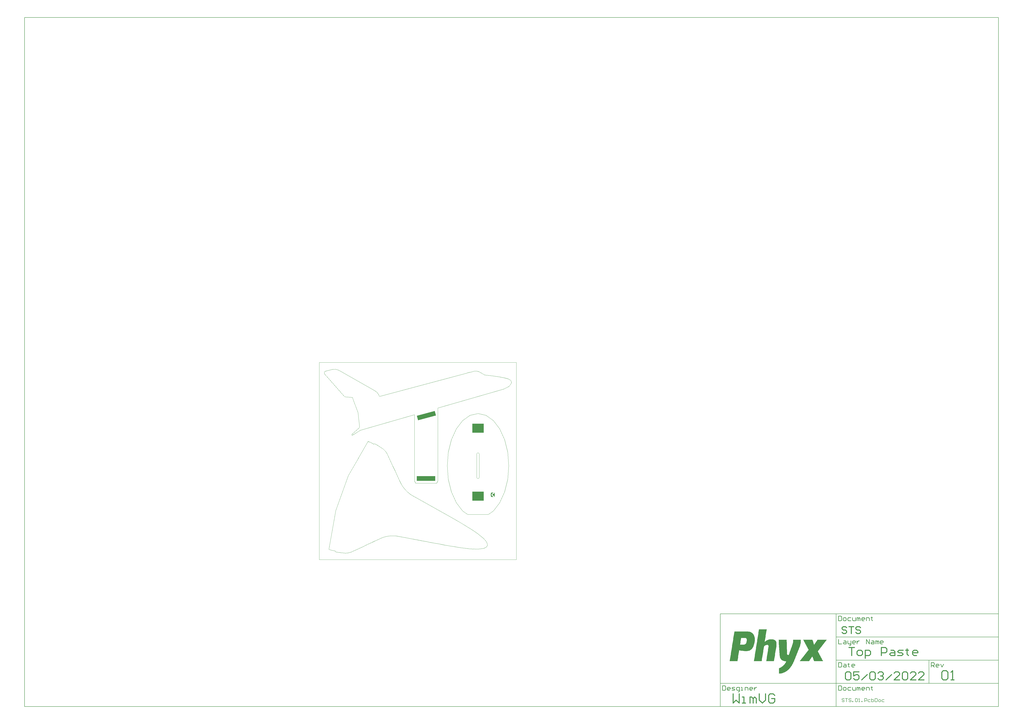
<source format=gtp>
G04*
G04 #@! TF.GenerationSoftware,Altium Limited,Altium Designer,22.2.1 (43)*
G04*
G04 Layer_Color=8421504*
%FSLAX25Y25*%
%MOIN*%
G70*
G04*
G04 #@! TF.SameCoordinates,09E568D2-82FC-486A-A2B8-6DB2FCDF8EDF*
G04*
G04*
G04 #@! TF.FilePolarity,Positive*
G04*
G01*
G75*
%ADD10C,0.01575*%
%ADD11C,0.00787*%
G04:AMPARAMS|DCode=14|XSize=314.96mil|YSize=78.74mil|CornerRadius=0mil|HoleSize=0mil|Usage=FLASHONLY|Rotation=15.000|XOffset=0mil|YOffset=0mil|HoleType=Round|Shape=Rectangle|*
%AMROTATEDRECTD14*
4,1,4,-0.14193,-0.07879,-0.16230,-0.00273,0.14193,0.07879,0.16230,0.00273,-0.14193,-0.07879,0.0*
%
%ADD14ROTATEDRECTD14*%

%ADD15R,0.31496X0.07874*%
%ADD18R,0.01575X0.03937*%
%ADD19C,0.01968*%
%ADD20R,0.19685X0.15748*%
%ADD21C,0.00394*%
%ADD22C,0.00984*%
G36*
X278043Y94034D02*
X278043Y86911D01*
X277591D01*
X277587Y87102D01*
X277585Y87125D01*
X277583Y87147D01*
X277551Y87376D01*
X277546Y87398D01*
X277542Y87420D01*
X277485Y87644D01*
X277478Y87665D01*
X277471Y87686D01*
X277389Y87902D01*
X277379Y87923D01*
X277371Y87943D01*
X277264Y88149D01*
X277253Y88168D01*
X277242Y88187D01*
X277113Y88379D01*
X277099Y88397D01*
X277086Y88415D01*
X276936Y88591D01*
X276921Y88608D01*
X276906Y88624D01*
X276737Y88782D01*
X276720Y88797D01*
X276703Y88811D01*
X276518Y88949D01*
X276499Y88962D01*
X276480Y88974D01*
X276281Y89091D01*
X276266Y89098D01*
X276251Y89106D01*
X276147Y89156D01*
X276127Y89164D01*
X276106Y89173D01*
X276105Y89173D01*
X276103Y89174D01*
X276101Y89174D01*
X276098Y89175D01*
X276078Y89180D01*
X276056Y89187D01*
X276055Y89187D01*
X276054Y89187D01*
X276051Y89187D01*
X276048Y89188D01*
X276028Y89190D01*
X276005Y89193D01*
X276004Y89193D01*
X276002Y89194D01*
X276000D01*
X275997Y89194D01*
X275976Y89194D01*
X275953Y89194D01*
X275952Y89194D01*
X275951D01*
X275948Y89193D01*
X275946Y89193D01*
X275925Y89190D01*
X275902Y89187D01*
X275901Y89187D01*
X275900Y89187D01*
X275806Y89168D01*
X275616Y89158D01*
X275426Y89177D01*
X275241Y89223D01*
X275065Y89296D01*
X274901Y89394D01*
X274754Y89515D01*
X274625Y89656D01*
X274519Y89815D01*
X274438Y89987D01*
X274383Y90169D01*
X274355Y90358D01*
X274355Y90549D01*
X274383Y90737D01*
X274438Y90920D01*
X274519Y91092D01*
X274625Y91250D01*
X274754Y91392D01*
X274901Y91513D01*
X275065Y91610D01*
X275241Y91683D01*
X275426Y91729D01*
X275616Y91748D01*
X275806Y91738D01*
X275900Y91720D01*
X275913Y91718D01*
X275925Y91716D01*
X275937Y91715D01*
X275948Y91713D01*
X275950Y91713D01*
X275951Y91713D01*
X275964Y91713D01*
X275977Y91712D01*
X275989Y91713D01*
X276000Y91713D01*
X276001Y91713D01*
X276002D01*
X276015Y91715D01*
X276028Y91716D01*
X276040Y91718D01*
X276051Y91719D01*
X276052Y91719D01*
X276054Y91720D01*
X276066Y91723D01*
X276079Y91725D01*
X276090Y91729D01*
X276101Y91732D01*
X276102Y91733D01*
X276103Y91733D01*
X276115Y91738D01*
X276128Y91742D01*
X276138Y91747D01*
X276149Y91751D01*
X276151Y91753D01*
X276151Y91753D01*
X276151Y91753D01*
X276255Y91803D01*
X276269Y91811D01*
X276284Y91818D01*
X276486Y91938D01*
X276504Y91951D01*
X276522Y91963D01*
X276709Y92105D01*
X276726Y92119D01*
X276743Y92133D01*
X276913Y92295D01*
X276928Y92312D01*
X276943Y92328D01*
X277094Y92508D01*
X277107Y92526D01*
X277120Y92543D01*
X277250Y92739D01*
X277261Y92759D01*
X277272Y92778D01*
X277378Y92987D01*
X277387Y93007D01*
X277396Y93027D01*
X277479Y93247D01*
X277485Y93269D01*
X277492Y93290D01*
X277549Y93517D01*
X277552Y93539D01*
X277557Y93561D01*
X277588Y93793D01*
X277589Y93815D01*
X277591Y93838D01*
X277595Y94034D01*
X278043Y94034D01*
D02*
G37*
G36*
X275921Y93996D02*
X275894Y93906D01*
X275811Y93732D01*
X275701Y93572D01*
X275569Y93431D01*
X275415Y93313D01*
X275245Y93220D01*
X275189Y93199D01*
X275086Y93183D01*
X275068Y93179D01*
X275051Y93176D01*
X274773Y93107D01*
X274750Y93099D01*
X274727Y93092D01*
X274459Y92990D01*
X274438Y92980D01*
X274416Y92970D01*
X274162Y92836D01*
X274143Y92824D01*
X274122Y92812D01*
X273886Y92648D01*
X273868Y92634D01*
X273849Y92619D01*
X273635Y92428D01*
X273618Y92412D01*
X273601Y92395D01*
X273411Y92180D01*
X273396Y92160D01*
X273382Y92142D01*
X273219Y91906D01*
X273207Y91885D01*
X273195Y91865D01*
X273062Y91611D01*
X273052Y91589D01*
X273042Y91568D01*
X272941Y91299D01*
X272934Y91277D01*
X272927Y91254D01*
X272858Y90976D01*
X272854Y90953D01*
X272850Y90929D01*
X272815Y90644D01*
X272814Y90620D01*
X272813Y90597D01*
Y90310D01*
X272814Y90286D01*
X272815Y90263D01*
X272850Y89978D01*
X272854Y89954D01*
X272858Y89931D01*
X272927Y89653D01*
X272934Y89630D01*
X272941Y89607D01*
X273042Y89339D01*
X273052Y89317D01*
X273062Y89296D01*
X273195Y89042D01*
X273207Y89021D01*
X273219Y89001D01*
X273382Y88765D01*
X273397Y88746D01*
X273411Y88727D01*
X273601Y88512D01*
X273618Y88495D01*
X273635Y88478D01*
X273849Y88288D01*
X273868Y88273D01*
X273886Y88258D01*
X274122Y88095D01*
X274142Y88083D01*
X274162Y88070D01*
X274416Y87936D01*
X274438Y87927D01*
X274459Y87917D01*
X274727Y87814D01*
X274750Y87807D01*
X274772Y87800D01*
X275051Y87730D01*
X275068Y87727D01*
X275086Y87723D01*
X275190Y87707D01*
X275245Y87687D01*
X275415Y87594D01*
X275568Y87476D01*
X275701Y87335D01*
X275811Y87175D01*
X275894Y87000D01*
X275921Y86911D01*
X273320Y86911D01*
X271746D01*
Y93996D01*
X273320D01*
X275921Y93996D01*
D02*
G37*
G36*
X841951Y-155808D02*
X841665D01*
Y-156094D01*
X841378D01*
Y-156380D01*
Y-156667D01*
X841092D01*
Y-156953D01*
X840806D01*
Y-157239D01*
X840519D01*
Y-157526D01*
Y-157812D01*
X840233D01*
Y-158098D01*
X839947D01*
Y-158385D01*
X839660D01*
Y-158671D01*
X839374D01*
Y-158957D01*
Y-159244D01*
X839088D01*
Y-159530D01*
X838801D01*
Y-159816D01*
X838515D01*
Y-160102D01*
Y-160389D01*
X838229D01*
Y-160675D01*
X837943D01*
Y-160961D01*
X837656D01*
Y-161248D01*
X837370D01*
Y-161534D01*
Y-161820D01*
X837084D01*
Y-162107D01*
X836797D01*
Y-162393D01*
X836511D01*
Y-162679D01*
Y-162966D01*
X836225D01*
Y-163252D01*
X835938D01*
Y-163538D01*
X835652D01*
Y-163824D01*
Y-164111D01*
X835366D01*
Y-164397D01*
X835079D01*
Y-164683D01*
X834793D01*
Y-164970D01*
X834507D01*
Y-165256D01*
Y-165542D01*
X834221D01*
Y-165829D01*
X833934D01*
Y-166115D01*
X833648D01*
Y-166401D01*
Y-166688D01*
X833362D01*
Y-166974D01*
X833075D01*
Y-167260D01*
X832789D01*
Y-167547D01*
Y-167833D01*
X832503D01*
Y-168119D01*
X832216D01*
Y-168405D01*
X831930D01*
Y-168692D01*
X831644D01*
Y-168978D01*
Y-169264D01*
X831357D01*
Y-169551D01*
X831071D01*
Y-169837D01*
X830785D01*
Y-170123D01*
Y-170410D01*
X830499D01*
Y-170696D01*
X830212D01*
Y-170982D01*
X829926D01*
Y-171269D01*
Y-171555D01*
X829640D01*
Y-171841D01*
X829353D01*
Y-172127D01*
X829067D01*
Y-172414D01*
X828781D01*
Y-172700D01*
Y-172986D01*
X828494D01*
Y-173273D01*
X828208D01*
Y-173559D01*
X827922D01*
Y-173845D01*
Y-174132D01*
X827635D01*
Y-174418D01*
X827349D01*
Y-174704D01*
X827063D01*
Y-174991D01*
X826776D01*
Y-175277D01*
Y-175563D01*
X827063D01*
Y-175850D01*
Y-176136D01*
X827349D01*
Y-176422D01*
Y-176709D01*
X827635D01*
Y-176995D01*
X827922D01*
Y-177281D01*
Y-177568D01*
X828208D01*
Y-177854D01*
Y-178140D01*
X828494D01*
Y-178426D01*
Y-178713D01*
X828781D01*
Y-178999D01*
Y-179285D01*
X829067D01*
Y-179572D01*
Y-179858D01*
X829353D01*
Y-180144D01*
Y-180431D01*
X829640D01*
Y-180717D01*
Y-181003D01*
X829926D01*
Y-181290D01*
Y-181576D01*
X830212D01*
Y-181862D01*
X830499D01*
Y-182149D01*
Y-182435D01*
X830785D01*
Y-182721D01*
Y-183007D01*
X831071D01*
Y-183294D01*
Y-183580D01*
X831357D01*
Y-183866D01*
Y-184153D01*
X831644D01*
Y-184439D01*
Y-184725D01*
X831930D01*
Y-185012D01*
Y-185298D01*
X832216D01*
Y-185584D01*
Y-185871D01*
X832503D01*
Y-186157D01*
X832789D01*
Y-186443D01*
Y-186730D01*
X833075D01*
Y-187016D01*
Y-187302D01*
X833362D01*
Y-187588D01*
Y-187875D01*
X833648D01*
Y-188161D01*
Y-188447D01*
X833934D01*
Y-188734D01*
Y-189020D01*
X834221D01*
Y-189306D01*
Y-189593D01*
X834507D01*
Y-189879D01*
Y-190165D01*
X834793D01*
Y-190452D01*
X835079D01*
Y-190738D01*
Y-191024D01*
X835366D01*
Y-191311D01*
Y-191597D01*
X835652D01*
Y-191883D01*
X820477D01*
Y-191597D01*
X820191D01*
Y-191311D01*
Y-191024D01*
Y-190738D01*
X819905D01*
Y-190452D01*
Y-190165D01*
Y-189879D01*
X819619D01*
Y-189593D01*
Y-189306D01*
X819332D01*
Y-189020D01*
Y-188734D01*
Y-188447D01*
X819046D01*
Y-188161D01*
Y-187875D01*
Y-187588D01*
X818760D01*
Y-187302D01*
Y-187016D01*
X818473D01*
Y-186730D01*
Y-186443D01*
Y-186157D01*
X818187D01*
Y-185871D01*
Y-185584D01*
Y-185298D01*
X817901D01*
Y-185012D01*
Y-184725D01*
Y-184439D01*
X817614D01*
Y-184153D01*
X817042D01*
Y-184439D01*
Y-184725D01*
X816755D01*
Y-185012D01*
X816469D01*
Y-185298D01*
Y-185584D01*
X816183D01*
Y-185871D01*
X815897D01*
Y-186157D01*
Y-186443D01*
X815610D01*
Y-186730D01*
X815324D01*
Y-187016D01*
Y-187302D01*
X815038D01*
Y-187588D01*
X814751D01*
Y-187875D01*
X814465D01*
Y-188161D01*
Y-188447D01*
X814179D01*
Y-188734D01*
X813892D01*
Y-189020D01*
Y-189306D01*
X813606D01*
Y-189593D01*
X813320D01*
Y-189879D01*
Y-190165D01*
X813033D01*
Y-190452D01*
X812747D01*
Y-190738D01*
Y-191024D01*
X812461D01*
Y-191311D01*
X812174D01*
Y-191597D01*
Y-191883D01*
X796141D01*
Y-191597D01*
X796427D01*
Y-191311D01*
X796714D01*
Y-191024D01*
X797000D01*
Y-190738D01*
X797286D01*
Y-190452D01*
Y-190165D01*
X797573D01*
Y-189879D01*
X797859D01*
Y-189593D01*
X798145D01*
Y-189306D01*
X798431D01*
Y-189020D01*
Y-188734D01*
X798718D01*
Y-188447D01*
X799004D01*
Y-188161D01*
X799290D01*
Y-187875D01*
Y-187588D01*
X799577D01*
Y-187302D01*
X799863D01*
Y-187016D01*
X800149D01*
Y-186730D01*
X800436D01*
Y-186443D01*
Y-186157D01*
X800722D01*
Y-185871D01*
X801008D01*
Y-185584D01*
X801295D01*
Y-185298D01*
X801581D01*
Y-185012D01*
Y-184725D01*
X801867D01*
Y-184439D01*
X802153D01*
Y-184153D01*
X802440D01*
Y-183866D01*
Y-183580D01*
X802726D01*
Y-183294D01*
X803012D01*
Y-183007D01*
X803299D01*
Y-182721D01*
X803585D01*
Y-182435D01*
Y-182149D01*
X803871D01*
Y-181862D01*
X804158D01*
Y-181576D01*
X804444D01*
Y-181290D01*
Y-181003D01*
X804730D01*
Y-180717D01*
X805017D01*
Y-180431D01*
X805303D01*
Y-180144D01*
X805589D01*
Y-179858D01*
Y-179572D01*
X805876D01*
Y-179285D01*
X806162D01*
Y-178999D01*
X806448D01*
Y-178713D01*
Y-178426D01*
X806734D01*
Y-178140D01*
X807021D01*
Y-177854D01*
X807307D01*
Y-177568D01*
X807594D01*
Y-177281D01*
Y-176995D01*
X807880D01*
Y-176709D01*
X808166D01*
Y-176422D01*
X808452D01*
Y-176136D01*
X808739D01*
Y-175850D01*
Y-175563D01*
X809025D01*
Y-175277D01*
X809311D01*
Y-174991D01*
X809598D01*
Y-174704D01*
Y-174418D01*
X809884D01*
Y-174132D01*
X810170D01*
Y-173845D01*
X810457D01*
Y-173559D01*
X810743D01*
Y-173273D01*
Y-172986D01*
X811029D01*
Y-172700D01*
Y-172414D01*
Y-172127D01*
X810743D01*
Y-171841D01*
X810457D01*
Y-171555D01*
Y-171269D01*
X810170D01*
Y-170982D01*
Y-170696D01*
X809884D01*
Y-170410D01*
Y-170123D01*
X809598D01*
Y-169837D01*
Y-169551D01*
X809311D01*
Y-169264D01*
Y-168978D01*
X809025D01*
Y-168692D01*
Y-168405D01*
X808739D01*
Y-168119D01*
X808452D01*
Y-167833D01*
Y-167547D01*
X808166D01*
Y-167260D01*
Y-166974D01*
X807880D01*
Y-166688D01*
Y-166401D01*
X807594D01*
Y-166115D01*
Y-165829D01*
X807307D01*
Y-165542D01*
Y-165256D01*
X807021D01*
Y-164970D01*
Y-164683D01*
X806734D01*
Y-164397D01*
X806448D01*
Y-164111D01*
Y-163824D01*
X806162D01*
Y-163538D01*
Y-163252D01*
X805876D01*
Y-162966D01*
Y-162679D01*
X805589D01*
Y-162393D01*
Y-162107D01*
X805303D01*
Y-161820D01*
Y-161534D01*
X805017D01*
Y-161248D01*
Y-160961D01*
X804730D01*
Y-160675D01*
Y-160389D01*
X804444D01*
Y-160102D01*
X804158D01*
Y-159816D01*
Y-159530D01*
X803871D01*
Y-159244D01*
Y-158957D01*
X803585D01*
Y-158671D01*
Y-158385D01*
X803299D01*
Y-158098D01*
Y-157812D01*
X803012D01*
Y-157526D01*
Y-157239D01*
X802726D01*
Y-156953D01*
Y-156667D01*
X802440D01*
Y-156380D01*
X802153D01*
Y-156094D01*
Y-155808D01*
X801867D01*
Y-155521D01*
X817614D01*
Y-155808D01*
X817901D01*
Y-156094D01*
Y-156380D01*
Y-156667D01*
X818187D01*
Y-156953D01*
Y-157239D01*
Y-157526D01*
X818473D01*
Y-157812D01*
Y-158098D01*
Y-158385D01*
X818760D01*
Y-158671D01*
Y-158957D01*
Y-159244D01*
X819046D01*
Y-159530D01*
Y-159816D01*
Y-160102D01*
X819332D01*
Y-160389D01*
Y-160675D01*
Y-160961D01*
X819619D01*
Y-161248D01*
Y-161534D01*
Y-161820D01*
X819905D01*
Y-162107D01*
Y-162393D01*
Y-162679D01*
X820191D01*
Y-162966D01*
Y-163252D01*
Y-163538D01*
Y-163824D01*
X820764D01*
Y-163538D01*
X821050D01*
Y-163252D01*
X821336D01*
Y-162966D01*
Y-162679D01*
X821623D01*
Y-162393D01*
X821909D01*
Y-162107D01*
Y-161820D01*
X822195D01*
Y-161534D01*
X822482D01*
Y-161248D01*
Y-160961D01*
X822768D01*
Y-160675D01*
X823054D01*
Y-160389D01*
Y-160102D01*
X823341D01*
Y-159816D01*
X823627D01*
Y-159530D01*
Y-159244D01*
X823913D01*
Y-158957D01*
X824200D01*
Y-158671D01*
Y-158385D01*
X824486D01*
Y-158098D01*
X824772D01*
Y-157812D01*
Y-157526D01*
X825058D01*
Y-157239D01*
X825345D01*
Y-156953D01*
Y-156667D01*
X825631D01*
Y-156380D01*
X825918D01*
Y-156094D01*
Y-155808D01*
X826204D01*
Y-155521D01*
X841951D01*
Y-155808D01*
D02*
G37*
G36*
X708815Y-141778D02*
X710533D01*
Y-142065D01*
X711392D01*
Y-142351D01*
X712251D01*
Y-142637D01*
X713110D01*
Y-142924D01*
X713683D01*
Y-143210D01*
X713969D01*
Y-143496D01*
X714542D01*
Y-143783D01*
X714828D01*
Y-144069D01*
X715401D01*
Y-144355D01*
X715687D01*
Y-144641D01*
X715973D01*
Y-144928D01*
X716260D01*
Y-145214D01*
X716546D01*
Y-145501D01*
X716832D01*
Y-145787D01*
X717119D01*
Y-146073D01*
Y-146359D01*
X717405D01*
Y-146646D01*
X717691D01*
Y-146932D01*
Y-147218D01*
X717978D01*
Y-147505D01*
X718264D01*
Y-147791D01*
Y-148077D01*
X718550D01*
Y-148364D01*
Y-148650D01*
Y-148936D01*
X718836D01*
Y-149223D01*
Y-149509D01*
Y-149795D01*
X719123D01*
Y-150082D01*
Y-150368D01*
Y-150654D01*
Y-150940D01*
X719409D01*
Y-151227D01*
Y-151513D01*
Y-151799D01*
Y-152086D01*
Y-152372D01*
X719695D01*
Y-152658D01*
Y-152945D01*
Y-153231D01*
Y-153517D01*
Y-153804D01*
Y-154090D01*
Y-154376D01*
Y-154663D01*
Y-154949D01*
Y-155235D01*
Y-155521D01*
Y-155808D01*
Y-156094D01*
Y-156380D01*
Y-156667D01*
Y-156953D01*
Y-157239D01*
Y-157526D01*
Y-157812D01*
Y-158098D01*
X719409D01*
Y-158385D01*
Y-158671D01*
Y-158957D01*
Y-159244D01*
Y-159530D01*
Y-159816D01*
Y-160102D01*
X719123D01*
Y-160389D01*
Y-160675D01*
Y-160961D01*
Y-161248D01*
Y-161534D01*
X718836D01*
Y-161820D01*
Y-162107D01*
Y-162393D01*
Y-162679D01*
Y-162966D01*
X718550D01*
Y-163252D01*
Y-163538D01*
Y-163824D01*
X718264D01*
Y-164111D01*
Y-164397D01*
Y-164683D01*
Y-164970D01*
X717978D01*
Y-165256D01*
Y-165542D01*
Y-165829D01*
X717691D01*
Y-166115D01*
Y-166401D01*
X717405D01*
Y-166688D01*
Y-166974D01*
Y-167260D01*
X717119D01*
Y-167547D01*
Y-167833D01*
X716832D01*
Y-168119D01*
Y-168405D01*
X716546D01*
Y-168692D01*
Y-168978D01*
X716260D01*
Y-169264D01*
X715973D01*
Y-169551D01*
Y-169837D01*
X715687D01*
Y-170123D01*
X715401D01*
Y-170410D01*
X715114D01*
Y-170696D01*
Y-170982D01*
X714828D01*
Y-171269D01*
X714542D01*
Y-171555D01*
X714256D01*
Y-171841D01*
X713969D01*
Y-172127D01*
X713683D01*
Y-172414D01*
X713110D01*
Y-172700D01*
X712824D01*
Y-172986D01*
X712251D01*
Y-173273D01*
X711965D01*
Y-173559D01*
X711392D01*
Y-173845D01*
X710533D01*
Y-174132D01*
X709674D01*
Y-174418D01*
X708815D01*
Y-174704D01*
X707098D01*
Y-174991D01*
X701944D01*
Y-174704D01*
X699367D01*
Y-174418D01*
X697363D01*
Y-174132D01*
X695931D01*
Y-173845D01*
X694500D01*
Y-173559D01*
X693068D01*
Y-173845D01*
Y-174132D01*
Y-174418D01*
Y-174704D01*
Y-174991D01*
Y-175277D01*
Y-175563D01*
X692782D01*
Y-175850D01*
Y-176136D01*
Y-176422D01*
Y-176709D01*
Y-176995D01*
Y-177281D01*
X692496D01*
Y-177568D01*
Y-177854D01*
Y-178140D01*
Y-178426D01*
Y-178713D01*
Y-178999D01*
X692209D01*
Y-179285D01*
Y-179572D01*
Y-179858D01*
Y-180144D01*
Y-180431D01*
Y-180717D01*
Y-181003D01*
X691923D01*
Y-181290D01*
Y-181576D01*
Y-181862D01*
Y-182149D01*
Y-182435D01*
Y-182721D01*
X691637D01*
Y-183007D01*
Y-183294D01*
Y-183580D01*
Y-183866D01*
Y-184153D01*
Y-184439D01*
X691350D01*
Y-184725D01*
Y-185012D01*
Y-185298D01*
Y-185584D01*
Y-185871D01*
Y-186157D01*
Y-186443D01*
X691064D01*
Y-186730D01*
Y-187016D01*
Y-187302D01*
Y-187588D01*
Y-187875D01*
Y-188161D01*
X690778D01*
Y-188447D01*
Y-188734D01*
Y-189020D01*
Y-189306D01*
Y-189593D01*
Y-189879D01*
X690491D01*
Y-190165D01*
Y-190452D01*
Y-190738D01*
Y-191024D01*
Y-191311D01*
Y-191597D01*
Y-191883D01*
X677035D01*
Y-191597D01*
X677321D01*
Y-191311D01*
Y-191024D01*
Y-190738D01*
Y-190452D01*
Y-190165D01*
X677607D01*
Y-189879D01*
Y-189593D01*
Y-189306D01*
Y-189020D01*
Y-188734D01*
Y-188447D01*
Y-188161D01*
X677894D01*
Y-187875D01*
Y-187588D01*
Y-187302D01*
Y-187016D01*
Y-186730D01*
Y-186443D01*
X678180D01*
Y-186157D01*
Y-185871D01*
Y-185584D01*
Y-185298D01*
Y-185012D01*
Y-184725D01*
X678466D01*
Y-184439D01*
Y-184153D01*
Y-183866D01*
Y-183580D01*
Y-183294D01*
Y-183007D01*
Y-182721D01*
X678753D01*
Y-182435D01*
Y-182149D01*
Y-181862D01*
Y-181576D01*
Y-181290D01*
Y-181003D01*
X679039D01*
Y-180717D01*
Y-180431D01*
Y-180144D01*
Y-179858D01*
Y-179572D01*
Y-179285D01*
X679325D01*
Y-178999D01*
Y-178713D01*
Y-178426D01*
Y-178140D01*
Y-177854D01*
Y-177568D01*
X679612D01*
Y-177281D01*
Y-176995D01*
Y-176709D01*
Y-176422D01*
Y-176136D01*
Y-175850D01*
Y-175563D01*
X679898D01*
Y-175277D01*
Y-174991D01*
Y-174704D01*
Y-174418D01*
Y-174132D01*
Y-173845D01*
X680184D01*
Y-173559D01*
Y-173273D01*
Y-172986D01*
Y-172700D01*
Y-172414D01*
Y-172127D01*
X680471D01*
Y-171841D01*
Y-171555D01*
Y-171269D01*
Y-170982D01*
Y-170696D01*
Y-170410D01*
X680757D01*
Y-170123D01*
Y-169837D01*
Y-169551D01*
Y-169264D01*
Y-168978D01*
Y-168692D01*
Y-168405D01*
X681043D01*
Y-168119D01*
Y-167833D01*
Y-167547D01*
Y-167260D01*
Y-166974D01*
Y-166688D01*
X681329D01*
Y-166401D01*
Y-166115D01*
Y-165829D01*
Y-165542D01*
Y-165256D01*
Y-164970D01*
X681616D01*
Y-164683D01*
Y-164397D01*
Y-164111D01*
Y-163824D01*
Y-163538D01*
Y-163252D01*
Y-162966D01*
X681902D01*
Y-162679D01*
Y-162393D01*
Y-162107D01*
Y-161820D01*
Y-161534D01*
Y-161248D01*
X682188D01*
Y-160961D01*
Y-160675D01*
Y-160389D01*
Y-160102D01*
Y-159816D01*
Y-159530D01*
X682475D01*
Y-159244D01*
Y-158957D01*
Y-158671D01*
Y-158385D01*
Y-158098D01*
Y-157812D01*
X682761D01*
Y-157526D01*
Y-157239D01*
Y-156953D01*
Y-156667D01*
Y-156380D01*
Y-156094D01*
Y-155808D01*
X683047D01*
Y-155521D01*
Y-155235D01*
Y-154949D01*
Y-154663D01*
Y-154376D01*
Y-154090D01*
X683334D01*
Y-153804D01*
Y-153517D01*
Y-153231D01*
Y-152945D01*
Y-152658D01*
Y-152372D01*
X683620D01*
Y-152086D01*
Y-151799D01*
Y-151513D01*
Y-151227D01*
Y-150940D01*
Y-150654D01*
Y-150368D01*
X683906D01*
Y-150082D01*
Y-149795D01*
Y-149509D01*
Y-149223D01*
Y-148936D01*
Y-148650D01*
X684193D01*
Y-148364D01*
Y-148077D01*
Y-147791D01*
Y-147505D01*
Y-147218D01*
Y-146932D01*
X684479D01*
Y-146646D01*
Y-146359D01*
Y-146073D01*
Y-145787D01*
Y-145501D01*
Y-145214D01*
Y-144928D01*
X684765D01*
Y-144641D01*
Y-144355D01*
Y-144069D01*
Y-143783D01*
Y-143496D01*
Y-143210D01*
X685052D01*
Y-142924D01*
Y-142637D01*
Y-142351D01*
Y-142065D01*
Y-141778D01*
Y-141492D01*
X708815D01*
Y-141778D01*
D02*
G37*
G36*
X797859Y-155808D02*
Y-156094D01*
Y-156380D01*
Y-156667D01*
Y-156953D01*
Y-157239D01*
Y-157526D01*
Y-157812D01*
Y-158098D01*
Y-158385D01*
Y-158671D01*
Y-158957D01*
Y-159244D01*
Y-159530D01*
Y-159816D01*
Y-160102D01*
Y-160389D01*
Y-160675D01*
Y-160961D01*
Y-161248D01*
Y-161534D01*
X797573D01*
Y-161820D01*
Y-162107D01*
Y-162393D01*
Y-162679D01*
Y-162966D01*
X797286D01*
Y-163252D01*
Y-163538D01*
Y-163824D01*
Y-164111D01*
X797000D01*
Y-164397D01*
Y-164683D01*
Y-164970D01*
Y-165256D01*
X796714D01*
Y-165542D01*
Y-165829D01*
Y-166115D01*
X796427D01*
Y-166401D01*
Y-166688D01*
Y-166974D01*
X796141D01*
Y-167260D01*
Y-167547D01*
Y-167833D01*
X795855D01*
Y-168119D01*
Y-168405D01*
Y-168692D01*
X795568D01*
Y-168978D01*
Y-169264D01*
X795282D01*
Y-169551D01*
Y-169837D01*
X794996D01*
Y-170123D01*
Y-170410D01*
Y-170696D01*
X794709D01*
Y-170982D01*
Y-171269D01*
X794423D01*
Y-171555D01*
Y-171841D01*
Y-172127D01*
X794137D01*
Y-172414D01*
Y-172700D01*
X793850D01*
Y-172986D01*
Y-173273D01*
Y-173559D01*
X793564D01*
Y-173845D01*
Y-174132D01*
X793278D01*
Y-174418D01*
Y-174704D01*
Y-174991D01*
X792991D01*
Y-175277D01*
Y-175563D01*
X792705D01*
Y-175850D01*
Y-176136D01*
Y-176422D01*
X792419D01*
Y-176709D01*
Y-176995D01*
X792133D01*
Y-177281D01*
Y-177568D01*
Y-177854D01*
X791846D01*
Y-178140D01*
Y-178426D01*
X791560D01*
Y-178713D01*
Y-178999D01*
Y-179285D01*
X791274D01*
Y-179572D01*
Y-179858D01*
X790987D01*
Y-180144D01*
Y-180431D01*
Y-180717D01*
X790701D01*
Y-181003D01*
Y-181290D01*
X790415D01*
Y-181576D01*
Y-181862D01*
Y-182149D01*
X790128D01*
Y-182435D01*
Y-182721D01*
X789842D01*
Y-183007D01*
Y-183294D01*
Y-183580D01*
X789556D01*
Y-183866D01*
Y-184153D01*
X789269D01*
Y-184439D01*
Y-184725D01*
Y-185012D01*
X788983D01*
Y-185298D01*
Y-185584D01*
X788697D01*
Y-185871D01*
Y-186157D01*
Y-186443D01*
X788411D01*
Y-186730D01*
Y-187016D01*
X788124D01*
Y-187302D01*
Y-187588D01*
Y-187875D01*
X787838D01*
Y-188161D01*
Y-188447D01*
X787552D01*
Y-188734D01*
Y-189020D01*
Y-189306D01*
X787265D01*
Y-189593D01*
Y-189879D01*
X786979D01*
Y-190165D01*
Y-190452D01*
Y-190738D01*
X786693D01*
Y-191024D01*
Y-191311D01*
X786406D01*
Y-191597D01*
Y-191883D01*
Y-192169D01*
X786120D01*
Y-192456D01*
Y-192742D01*
X785834D01*
Y-193028D01*
Y-193315D01*
X785547D01*
Y-193601D01*
Y-193887D01*
X785261D01*
Y-194174D01*
Y-194460D01*
Y-194746D01*
X784975D01*
Y-195033D01*
X784688D01*
Y-195319D01*
Y-195605D01*
Y-195891D01*
X784402D01*
Y-196178D01*
X784116D01*
Y-196464D01*
Y-196750D01*
X783829D01*
Y-197037D01*
Y-197323D01*
X783543D01*
Y-197609D01*
Y-197896D01*
X783257D01*
Y-198182D01*
Y-198468D01*
X782971D01*
Y-198755D01*
X782684D01*
Y-199041D01*
Y-199327D01*
X782398D01*
Y-199614D01*
Y-199900D01*
X782112D01*
Y-200186D01*
X781825D01*
Y-200472D01*
X781539D01*
Y-200759D01*
Y-201045D01*
X781253D01*
Y-201331D01*
X780966D01*
Y-201618D01*
Y-201904D01*
X780680D01*
Y-202190D01*
X780394D01*
Y-202477D01*
X780107D01*
Y-202763D01*
Y-203049D01*
X779821D01*
Y-203336D01*
X779535D01*
Y-203622D01*
X779249D01*
Y-203908D01*
X778962D01*
Y-204195D01*
X778676D01*
Y-204481D01*
Y-204767D01*
X778390D01*
Y-205053D01*
X778103D01*
Y-205340D01*
X777817D01*
Y-205626D01*
X777531D01*
Y-205912D01*
X777244D01*
Y-206199D01*
X776958D01*
Y-206485D01*
X776672D01*
Y-206771D01*
X776099D01*
Y-207058D01*
X775813D01*
Y-207344D01*
X775526D01*
Y-207630D01*
X775240D01*
Y-207917D01*
X774954D01*
Y-208203D01*
X774381D01*
Y-208489D01*
X774095D01*
Y-208776D01*
X773522D01*
Y-209062D01*
X773236D01*
Y-209348D01*
X772663D01*
Y-209634D01*
X772377D01*
Y-209921D01*
X771804D01*
Y-210207D01*
X771232D01*
Y-210493D01*
X770659D01*
Y-210780D01*
X770086D01*
Y-211066D01*
X769514D01*
Y-211352D01*
X768655D01*
Y-211639D01*
X768082D01*
Y-211925D01*
X767223D01*
Y-212211D01*
X766078D01*
Y-212498D01*
X764933D01*
Y-212784D01*
X763215D01*
Y-213070D01*
X761211D01*
Y-213357D01*
X760924D01*
Y-213070D01*
Y-212784D01*
Y-212498D01*
Y-212211D01*
Y-211925D01*
Y-211639D01*
Y-211352D01*
Y-211066D01*
Y-210780D01*
Y-210493D01*
Y-210207D01*
Y-209921D01*
Y-209634D01*
Y-209348D01*
Y-209062D01*
Y-208776D01*
Y-208489D01*
Y-208203D01*
Y-207917D01*
Y-207630D01*
Y-207344D01*
Y-207058D01*
Y-206771D01*
Y-206485D01*
Y-206199D01*
Y-205912D01*
Y-205626D01*
Y-205340D01*
Y-205053D01*
Y-204767D01*
Y-204481D01*
Y-204195D01*
Y-203908D01*
X761497D01*
Y-203622D01*
X762070D01*
Y-203336D01*
X762642D01*
Y-203049D01*
X763215D01*
Y-202763D01*
X763788D01*
Y-202477D01*
X764360D01*
Y-202190D01*
X764646D01*
Y-201904D01*
X765219D01*
Y-201618D01*
X765506D01*
Y-201331D01*
X766078D01*
Y-201045D01*
X766364D01*
Y-200759D01*
X766651D01*
Y-200472D01*
X767223D01*
Y-200186D01*
X767510D01*
Y-199900D01*
X767796D01*
Y-199614D01*
X768082D01*
Y-199327D01*
X768369D01*
Y-199041D01*
X768655D01*
Y-198755D01*
X768941D01*
Y-198468D01*
X769228D01*
Y-198182D01*
X769514D01*
Y-197896D01*
X769800D01*
Y-197609D01*
X770086D01*
Y-197323D01*
X770373D01*
Y-197037D01*
Y-196750D01*
X770659D01*
Y-196464D01*
X770945D01*
Y-196178D01*
X771232D01*
Y-195891D01*
Y-195605D01*
X771518D01*
Y-195319D01*
X771804D01*
Y-195033D01*
Y-194746D01*
X772091D01*
Y-194460D01*
Y-194174D01*
X772377D01*
Y-193887D01*
X772663D01*
Y-193601D01*
Y-193315D01*
X772950D01*
Y-193028D01*
Y-192742D01*
X773236D01*
Y-192456D01*
Y-192169D01*
X771518D01*
Y-191883D01*
X769514D01*
Y-191597D01*
X768369D01*
Y-191311D01*
X767796D01*
Y-191024D01*
X766937D01*
Y-190738D01*
X766364D01*
Y-190452D01*
X766078D01*
Y-190165D01*
X765506D01*
Y-189879D01*
X765219D01*
Y-189593D01*
X764933D01*
Y-189306D01*
X764646D01*
Y-189020D01*
X764360D01*
Y-188734D01*
X764074D01*
Y-188447D01*
Y-188161D01*
X763788D01*
Y-187875D01*
X763501D01*
Y-187588D01*
Y-187302D01*
X763215D01*
Y-187016D01*
Y-186730D01*
X762929D01*
Y-186443D01*
Y-186157D01*
X762642D01*
Y-185871D01*
Y-185584D01*
Y-185298D01*
X762356D01*
Y-185012D01*
Y-184725D01*
Y-184439D01*
Y-184153D01*
X762070D01*
Y-183866D01*
Y-183580D01*
Y-183294D01*
Y-183007D01*
Y-182721D01*
Y-182435D01*
Y-182149D01*
X761783D01*
Y-181862D01*
Y-181576D01*
Y-181290D01*
Y-181003D01*
Y-180717D01*
Y-180431D01*
Y-180144D01*
Y-179858D01*
Y-179572D01*
Y-179285D01*
Y-178999D01*
Y-178713D01*
Y-178426D01*
Y-178140D01*
Y-177854D01*
X761497D01*
Y-177568D01*
Y-177281D01*
Y-176995D01*
Y-176709D01*
Y-176422D01*
Y-176136D01*
Y-175850D01*
Y-175563D01*
Y-175277D01*
Y-174991D01*
Y-174704D01*
Y-174418D01*
Y-174132D01*
Y-173845D01*
Y-173559D01*
X761211D01*
Y-173273D01*
Y-172986D01*
Y-172700D01*
Y-172414D01*
Y-172127D01*
Y-171841D01*
Y-171555D01*
Y-171269D01*
Y-170982D01*
Y-170696D01*
Y-170410D01*
Y-170123D01*
Y-169837D01*
Y-169551D01*
Y-169264D01*
Y-168978D01*
X760924D01*
Y-168692D01*
Y-168405D01*
Y-168119D01*
Y-167833D01*
Y-167547D01*
Y-167260D01*
Y-166974D01*
Y-166688D01*
Y-166401D01*
Y-166115D01*
Y-165829D01*
Y-165542D01*
Y-165256D01*
Y-164970D01*
Y-164683D01*
Y-164397D01*
X760638D01*
Y-164111D01*
Y-163824D01*
Y-163538D01*
Y-163252D01*
Y-162966D01*
Y-162679D01*
Y-162393D01*
Y-162107D01*
Y-161820D01*
Y-161534D01*
Y-161248D01*
Y-160961D01*
Y-160675D01*
Y-160389D01*
X760352D01*
Y-160102D01*
Y-159816D01*
Y-159530D01*
Y-159244D01*
Y-158957D01*
Y-158671D01*
Y-158385D01*
Y-158098D01*
Y-157812D01*
Y-157526D01*
Y-157239D01*
Y-156953D01*
Y-156667D01*
Y-156380D01*
Y-156094D01*
Y-155808D01*
X760066D01*
Y-155521D01*
X773808D01*
Y-155808D01*
Y-156094D01*
Y-156380D01*
Y-156667D01*
Y-156953D01*
Y-157239D01*
Y-157526D01*
Y-157812D01*
Y-158098D01*
Y-158385D01*
Y-158671D01*
Y-158957D01*
Y-159244D01*
Y-159530D01*
X774095D01*
Y-159816D01*
Y-160102D01*
Y-160389D01*
Y-160675D01*
Y-160961D01*
Y-161248D01*
Y-161534D01*
Y-161820D01*
Y-162107D01*
Y-162393D01*
Y-162679D01*
Y-162966D01*
Y-163252D01*
Y-163538D01*
Y-163824D01*
Y-164111D01*
Y-164397D01*
Y-164683D01*
Y-164970D01*
Y-165256D01*
Y-165542D01*
Y-165829D01*
Y-166115D01*
Y-166401D01*
Y-166688D01*
Y-166974D01*
Y-167260D01*
Y-167547D01*
Y-167833D01*
Y-168119D01*
Y-168405D01*
Y-168692D01*
Y-168978D01*
Y-169264D01*
Y-169551D01*
Y-169837D01*
Y-170123D01*
Y-170410D01*
Y-170696D01*
Y-170982D01*
Y-171269D01*
X774381D01*
Y-171555D01*
X774095D01*
Y-171841D01*
Y-172127D01*
X774381D01*
Y-172414D01*
Y-172700D01*
Y-172986D01*
Y-173273D01*
Y-173559D01*
Y-173845D01*
Y-174132D01*
Y-174418D01*
Y-174704D01*
Y-174991D01*
Y-175277D01*
Y-175563D01*
Y-175850D01*
Y-176136D01*
Y-176422D01*
Y-176709D01*
Y-176995D01*
Y-177281D01*
Y-177568D01*
Y-177854D01*
Y-178140D01*
Y-178426D01*
Y-178713D01*
Y-178999D01*
Y-179285D01*
Y-179572D01*
X774668D01*
Y-179858D01*
Y-180144D01*
Y-180431D01*
X774954D01*
Y-180717D01*
X775240D01*
Y-181003D01*
X775526D01*
Y-181290D01*
X776385D01*
Y-181576D01*
X777244D01*
Y-181290D01*
X777531D01*
Y-181003D01*
Y-180717D01*
Y-180431D01*
X777817D01*
Y-180144D01*
Y-179858D01*
X778103D01*
Y-179572D01*
Y-179285D01*
Y-178999D01*
X778390D01*
Y-178713D01*
Y-178426D01*
Y-178140D01*
X778676D01*
Y-177854D01*
Y-177568D01*
Y-177281D01*
X778962D01*
Y-176995D01*
Y-176709D01*
Y-176422D01*
X779249D01*
Y-176136D01*
Y-175850D01*
X779535D01*
Y-175563D01*
Y-175277D01*
Y-174991D01*
X779821D01*
Y-174704D01*
Y-174418D01*
Y-174132D01*
X780107D01*
Y-173845D01*
Y-173559D01*
Y-173273D01*
X780394D01*
Y-172986D01*
Y-172700D01*
X780680D01*
Y-172414D01*
Y-172127D01*
Y-171841D01*
X780966D01*
Y-171555D01*
Y-171269D01*
Y-170982D01*
X781253D01*
Y-170696D01*
Y-170410D01*
Y-170123D01*
X781539D01*
Y-169837D01*
Y-169551D01*
X781825D01*
Y-169264D01*
Y-168978D01*
Y-168692D01*
X782112D01*
Y-168405D01*
Y-168119D01*
Y-167833D01*
X782398D01*
Y-167547D01*
Y-167260D01*
Y-166974D01*
X782684D01*
Y-166688D01*
Y-166401D01*
X782971D01*
Y-166115D01*
Y-165829D01*
Y-165542D01*
X783257D01*
Y-165256D01*
Y-164970D01*
Y-164683D01*
X783543D01*
Y-164397D01*
Y-164111D01*
Y-163824D01*
X783829D01*
Y-163538D01*
Y-163252D01*
Y-162966D01*
Y-162679D01*
X784116D01*
Y-162393D01*
Y-162107D01*
Y-161820D01*
Y-161534D01*
X784402D01*
Y-161248D01*
Y-160961D01*
Y-160675D01*
Y-160389D01*
Y-160102D01*
X784688D01*
Y-159816D01*
Y-159530D01*
Y-159244D01*
Y-158957D01*
Y-158671D01*
Y-158385D01*
X784975D01*
Y-158098D01*
Y-157812D01*
Y-157526D01*
Y-157239D01*
Y-156953D01*
Y-156667D01*
Y-156380D01*
Y-156094D01*
Y-155808D01*
Y-155521D01*
X797859D01*
Y-155808D01*
D02*
G37*
G36*
X740024Y-138343D02*
Y-138629D01*
X739737D01*
Y-138915D01*
Y-139202D01*
Y-139488D01*
Y-139774D01*
Y-140060D01*
Y-140347D01*
X739451D01*
Y-140633D01*
Y-140919D01*
Y-141206D01*
Y-141492D01*
Y-141778D01*
Y-142065D01*
X739165D01*
Y-142351D01*
Y-142637D01*
Y-142924D01*
Y-143210D01*
Y-143496D01*
Y-143783D01*
Y-144069D01*
X738878D01*
Y-144355D01*
Y-144641D01*
Y-144928D01*
Y-145214D01*
Y-145501D01*
Y-145787D01*
X738592D01*
Y-146073D01*
Y-146359D01*
Y-146646D01*
Y-146932D01*
Y-147218D01*
Y-147505D01*
X738306D01*
Y-147791D01*
Y-148077D01*
Y-148364D01*
Y-148650D01*
Y-148936D01*
Y-149223D01*
Y-149509D01*
X738019D01*
Y-149795D01*
Y-150082D01*
Y-150368D01*
Y-150654D01*
Y-150940D01*
Y-151227D01*
X737733D01*
Y-151513D01*
Y-151799D01*
Y-152086D01*
Y-152372D01*
Y-152658D01*
Y-152945D01*
X737447D01*
Y-153231D01*
Y-153517D01*
Y-153804D01*
Y-154090D01*
Y-154376D01*
Y-154663D01*
X737160D01*
Y-154949D01*
Y-155235D01*
Y-155521D01*
Y-155808D01*
Y-156094D01*
Y-156380D01*
Y-156667D01*
X736874D01*
Y-156953D01*
Y-157239D01*
Y-157526D01*
Y-157812D01*
Y-158098D01*
Y-158385D01*
X736588D01*
Y-158671D01*
Y-158957D01*
X737160D01*
Y-158671D01*
X737447D01*
Y-158385D01*
X737733D01*
Y-158098D01*
X738306D01*
Y-157812D01*
X738592D01*
Y-157526D01*
X738878D01*
Y-157239D01*
X739451D01*
Y-156953D01*
X740024D01*
Y-156667D01*
X740310D01*
Y-156380D01*
X740882D01*
Y-156094D01*
X741742D01*
Y-155808D01*
X742314D01*
Y-155521D01*
X743173D01*
Y-155235D01*
X744605D01*
Y-154949D01*
X750904D01*
Y-155235D01*
X752049D01*
Y-155521D01*
X752908D01*
Y-155808D01*
X753480D01*
Y-156094D01*
X753767D01*
Y-156380D01*
X754339D01*
Y-156667D01*
X754626D01*
Y-156953D01*
X754912D01*
Y-157239D01*
X755198D01*
Y-157526D01*
X755484D01*
Y-157812D01*
Y-158098D01*
X755771D01*
Y-158385D01*
Y-158671D01*
X756057D01*
Y-158957D01*
Y-159244D01*
Y-159530D01*
X756344D01*
Y-159816D01*
Y-160102D01*
Y-160389D01*
Y-160675D01*
X756630D01*
Y-160961D01*
Y-161248D01*
Y-161534D01*
Y-161820D01*
Y-162107D01*
Y-162393D01*
Y-162679D01*
Y-162966D01*
Y-163252D01*
Y-163538D01*
Y-163824D01*
Y-164111D01*
Y-164397D01*
Y-164683D01*
Y-164970D01*
Y-165256D01*
Y-165542D01*
Y-165829D01*
X756344D01*
Y-166115D01*
Y-166401D01*
Y-166688D01*
Y-166974D01*
Y-167260D01*
Y-167547D01*
Y-167833D01*
X756057D01*
Y-168119D01*
Y-168405D01*
Y-168692D01*
Y-168978D01*
Y-169264D01*
Y-169551D01*
Y-169837D01*
X755771D01*
Y-170123D01*
Y-170410D01*
Y-170696D01*
Y-170982D01*
Y-171269D01*
Y-171555D01*
X755484D01*
Y-171841D01*
Y-172127D01*
Y-172414D01*
Y-172700D01*
Y-172986D01*
Y-173273D01*
X755198D01*
Y-173559D01*
Y-173845D01*
Y-174132D01*
Y-174418D01*
Y-174704D01*
Y-174991D01*
X754912D01*
Y-175277D01*
Y-175563D01*
Y-175850D01*
Y-176136D01*
Y-176422D01*
Y-176709D01*
Y-176995D01*
X754626D01*
Y-177281D01*
Y-177568D01*
Y-177854D01*
Y-178140D01*
Y-178426D01*
Y-178713D01*
X754339D01*
Y-178999D01*
Y-179285D01*
Y-179572D01*
Y-179858D01*
Y-180144D01*
Y-180431D01*
X754053D01*
Y-180717D01*
Y-181003D01*
Y-181290D01*
Y-181576D01*
Y-181862D01*
Y-182149D01*
Y-182435D01*
X753767D01*
Y-182721D01*
Y-183007D01*
Y-183294D01*
Y-183580D01*
Y-183866D01*
Y-184153D01*
X753480D01*
Y-184439D01*
Y-184725D01*
Y-185012D01*
Y-185298D01*
Y-185584D01*
Y-185871D01*
X753194D01*
Y-186157D01*
Y-186443D01*
Y-186730D01*
Y-187016D01*
Y-187302D01*
Y-187588D01*
X752908D01*
Y-187875D01*
Y-188161D01*
Y-188447D01*
Y-188734D01*
Y-189020D01*
Y-189306D01*
Y-189593D01*
X752621D01*
Y-189879D01*
Y-190165D01*
Y-190452D01*
Y-190738D01*
Y-191024D01*
Y-191311D01*
X752335D01*
Y-191597D01*
Y-191883D01*
X739165D01*
Y-191597D01*
Y-191311D01*
X739451D01*
Y-191024D01*
Y-190738D01*
Y-190452D01*
Y-190165D01*
Y-189879D01*
Y-189593D01*
X739737D01*
Y-189306D01*
Y-189020D01*
Y-188734D01*
Y-188447D01*
Y-188161D01*
Y-187875D01*
Y-187588D01*
X740024D01*
Y-187302D01*
Y-187016D01*
Y-186730D01*
Y-186443D01*
Y-186157D01*
Y-185871D01*
X740310D01*
Y-185584D01*
Y-185298D01*
Y-185012D01*
Y-184725D01*
Y-184439D01*
Y-184153D01*
X740596D01*
Y-183866D01*
Y-183580D01*
Y-183294D01*
Y-183007D01*
Y-182721D01*
Y-182435D01*
Y-182149D01*
X740882D01*
Y-181862D01*
Y-181576D01*
Y-181290D01*
Y-181003D01*
Y-180717D01*
Y-180431D01*
X741169D01*
Y-180144D01*
Y-179858D01*
Y-179572D01*
Y-179285D01*
Y-178999D01*
Y-178713D01*
Y-178426D01*
X741455D01*
Y-178140D01*
Y-177854D01*
Y-177568D01*
Y-177281D01*
Y-176995D01*
Y-176709D01*
X741742D01*
Y-176422D01*
Y-176136D01*
Y-175850D01*
Y-175563D01*
Y-175277D01*
Y-174991D01*
X742028D01*
Y-174704D01*
Y-174418D01*
Y-174132D01*
Y-173845D01*
Y-173559D01*
Y-173273D01*
X742314D01*
Y-172986D01*
Y-172700D01*
Y-172414D01*
Y-172127D01*
Y-171841D01*
Y-171555D01*
Y-171269D01*
X742600D01*
Y-170982D01*
Y-170696D01*
Y-170410D01*
Y-170123D01*
Y-169837D01*
Y-169551D01*
X742887D01*
Y-169264D01*
Y-168978D01*
Y-168692D01*
Y-168405D01*
Y-168119D01*
Y-167833D01*
Y-167547D01*
X743173D01*
Y-167260D01*
Y-166974D01*
Y-166688D01*
Y-166401D01*
Y-166115D01*
Y-165829D01*
X742887D01*
Y-165542D01*
Y-165256D01*
X742600D01*
Y-164970D01*
X742314D01*
Y-164683D01*
X741742D01*
Y-164397D01*
X740024D01*
Y-164683D01*
X738592D01*
Y-164970D01*
X737733D01*
Y-165256D01*
X737160D01*
Y-165542D01*
X736874D01*
Y-165829D01*
X736302D01*
Y-166115D01*
X736015D01*
Y-166401D01*
X735729D01*
Y-166688D01*
Y-166974D01*
X735443D01*
Y-167260D01*
Y-167547D01*
Y-167833D01*
X735156D01*
Y-168119D01*
Y-168405D01*
Y-168692D01*
Y-168978D01*
Y-169264D01*
Y-169551D01*
X734870D01*
Y-169837D01*
Y-170123D01*
Y-170410D01*
Y-170696D01*
Y-170982D01*
Y-171269D01*
Y-171555D01*
X734584D01*
Y-171841D01*
Y-172127D01*
Y-172414D01*
Y-172700D01*
Y-172986D01*
Y-173273D01*
X734297D01*
Y-173559D01*
Y-173845D01*
Y-174132D01*
Y-174418D01*
Y-174704D01*
Y-174991D01*
X734011D01*
Y-175277D01*
Y-175563D01*
Y-175850D01*
Y-176136D01*
Y-176422D01*
Y-176709D01*
X733725D01*
Y-176995D01*
Y-177281D01*
Y-177568D01*
Y-177854D01*
Y-178140D01*
Y-178426D01*
Y-178713D01*
X733438D01*
Y-178999D01*
Y-179285D01*
Y-179572D01*
Y-179858D01*
Y-180144D01*
Y-180431D01*
X733152D01*
Y-180717D01*
Y-181003D01*
Y-181290D01*
Y-181576D01*
Y-181862D01*
Y-182149D01*
X732866D01*
Y-182435D01*
Y-182721D01*
Y-183007D01*
Y-183294D01*
Y-183580D01*
Y-183866D01*
Y-184153D01*
X732580D01*
Y-184439D01*
Y-184725D01*
Y-185012D01*
Y-185298D01*
Y-185584D01*
Y-185871D01*
X732293D01*
Y-186157D01*
Y-186443D01*
Y-186730D01*
Y-187016D01*
Y-187302D01*
Y-187588D01*
X732007D01*
Y-187875D01*
Y-188161D01*
Y-188447D01*
Y-188734D01*
Y-189020D01*
Y-189306D01*
X731720D01*
Y-189593D01*
Y-189879D01*
Y-190165D01*
Y-190452D01*
Y-190738D01*
Y-191024D01*
Y-191311D01*
X731434D01*
Y-191597D01*
Y-191883D01*
X718264D01*
Y-191597D01*
Y-191311D01*
X718550D01*
Y-191024D01*
Y-190738D01*
Y-190452D01*
Y-190165D01*
Y-189879D01*
Y-189593D01*
Y-189306D01*
X718836D01*
Y-189020D01*
Y-188734D01*
Y-188447D01*
Y-188161D01*
Y-187875D01*
Y-187588D01*
X719123D01*
Y-187302D01*
Y-187016D01*
Y-186730D01*
Y-186443D01*
Y-186157D01*
Y-185871D01*
X719409D01*
Y-185584D01*
Y-185298D01*
Y-185012D01*
Y-184725D01*
Y-184439D01*
Y-184153D01*
Y-183866D01*
X719695D01*
Y-183580D01*
Y-183294D01*
Y-183007D01*
Y-182721D01*
Y-182435D01*
Y-182149D01*
X719982D01*
Y-181862D01*
Y-181576D01*
Y-181290D01*
Y-181003D01*
Y-180717D01*
Y-180431D01*
X720268D01*
Y-180144D01*
Y-179858D01*
Y-179572D01*
Y-179285D01*
Y-178999D01*
Y-178713D01*
X720554D01*
Y-178426D01*
Y-178140D01*
Y-177854D01*
Y-177568D01*
Y-177281D01*
Y-176995D01*
Y-176709D01*
X720841D01*
Y-176422D01*
Y-176136D01*
Y-175850D01*
Y-175563D01*
Y-175277D01*
Y-174991D01*
X721127D01*
Y-174704D01*
Y-174418D01*
Y-174132D01*
Y-173845D01*
Y-173559D01*
Y-173273D01*
X721413D01*
Y-172986D01*
Y-172700D01*
Y-172414D01*
Y-172127D01*
Y-171841D01*
Y-171555D01*
Y-171269D01*
X721700D01*
Y-170982D01*
Y-170696D01*
Y-170410D01*
Y-170123D01*
Y-169837D01*
Y-169551D01*
X721986D01*
Y-169264D01*
Y-168978D01*
Y-168692D01*
Y-168405D01*
Y-168119D01*
Y-167833D01*
X722272D01*
Y-167547D01*
Y-167260D01*
Y-166974D01*
Y-166688D01*
Y-166401D01*
Y-166115D01*
X722558D01*
Y-165829D01*
Y-165542D01*
Y-165256D01*
Y-164970D01*
Y-164683D01*
Y-164397D01*
Y-164111D01*
X722845D01*
Y-163824D01*
Y-163538D01*
Y-163252D01*
Y-162966D01*
Y-162679D01*
Y-162393D01*
X723131D01*
Y-162107D01*
Y-161820D01*
Y-161534D01*
Y-161248D01*
Y-160961D01*
Y-160675D01*
X723418D01*
Y-160389D01*
Y-160102D01*
Y-159816D01*
Y-159530D01*
Y-159244D01*
Y-158957D01*
X723704D01*
Y-158671D01*
Y-158385D01*
Y-158098D01*
Y-157812D01*
Y-157526D01*
Y-157239D01*
Y-156953D01*
X723990D01*
Y-156667D01*
Y-156380D01*
Y-156094D01*
Y-155808D01*
Y-155521D01*
Y-155235D01*
X724276D01*
Y-154949D01*
Y-154663D01*
Y-154376D01*
Y-154090D01*
Y-153804D01*
Y-153517D01*
X724563D01*
Y-153231D01*
Y-152945D01*
Y-152658D01*
Y-152372D01*
Y-152086D01*
Y-151799D01*
Y-151513D01*
X724849D01*
Y-151227D01*
Y-150940D01*
Y-150654D01*
Y-150368D01*
Y-150082D01*
Y-149795D01*
X725135D01*
Y-149509D01*
Y-149223D01*
Y-148936D01*
Y-148650D01*
Y-148364D01*
Y-148077D01*
X725422D01*
Y-147791D01*
Y-147505D01*
Y-147218D01*
Y-146932D01*
Y-146646D01*
Y-146359D01*
X725708D01*
Y-146073D01*
Y-145787D01*
Y-145501D01*
Y-145214D01*
Y-144928D01*
Y-144641D01*
Y-144355D01*
X725994D01*
Y-144069D01*
Y-143783D01*
Y-143496D01*
Y-143210D01*
Y-142924D01*
Y-142637D01*
X726281D01*
Y-142351D01*
Y-142065D01*
Y-141778D01*
Y-141492D01*
Y-141206D01*
Y-140919D01*
X726567D01*
Y-140633D01*
Y-140347D01*
Y-140060D01*
Y-139774D01*
Y-139488D01*
Y-139202D01*
Y-138915D01*
X726853D01*
Y-138629D01*
Y-138343D01*
Y-138056D01*
X740024D01*
Y-138343D01*
D02*
G37*
%LPC*%
G36*
X704521Y-152658D02*
X696504D01*
Y-152945D01*
Y-153231D01*
Y-153517D01*
Y-153804D01*
Y-154090D01*
X696218D01*
Y-154376D01*
Y-154663D01*
Y-154949D01*
Y-155235D01*
Y-155521D01*
Y-155808D01*
X695931D01*
Y-156094D01*
Y-156380D01*
Y-156667D01*
Y-156953D01*
Y-157239D01*
Y-157526D01*
X695645D01*
Y-157812D01*
Y-158098D01*
Y-158385D01*
Y-158671D01*
Y-158957D01*
Y-159244D01*
X695359D01*
Y-159530D01*
Y-159816D01*
Y-160102D01*
Y-160389D01*
Y-160675D01*
Y-160961D01*
Y-161248D01*
X695073D01*
Y-161534D01*
Y-161820D01*
Y-162107D01*
Y-162393D01*
Y-162679D01*
Y-162966D01*
X694786D01*
Y-163252D01*
Y-163538D01*
Y-163824D01*
X701944D01*
Y-163538D01*
X703089D01*
Y-163252D01*
X703662D01*
Y-162966D01*
X703948D01*
Y-162679D01*
X704235D01*
Y-162393D01*
X704521D01*
Y-162107D01*
X704807D01*
Y-161820D01*
Y-161534D01*
X705093D01*
Y-161248D01*
Y-160961D01*
X705380D01*
Y-160675D01*
Y-160389D01*
X705666D01*
Y-160102D01*
Y-159816D01*
Y-159530D01*
Y-159244D01*
X705952D01*
Y-158957D01*
Y-158671D01*
Y-158385D01*
Y-158098D01*
Y-157812D01*
X706239D01*
Y-157526D01*
Y-157239D01*
Y-156953D01*
Y-156667D01*
Y-156380D01*
Y-156094D01*
Y-155808D01*
Y-155521D01*
Y-155235D01*
Y-154949D01*
Y-154663D01*
X705952D01*
Y-154376D01*
Y-154090D01*
X705666D01*
Y-153804D01*
Y-153517D01*
X705380D01*
Y-153231D01*
X705093D01*
Y-152945D01*
X704521D01*
Y-152658D01*
D02*
G37*
%LPD*%
D10*
X879535Y-168552D02*
X888719D01*
X884127D01*
Y-182327D01*
X895606D02*
X900198D01*
X902494Y-180031D01*
Y-175439D01*
X900198Y-173144D01*
X895606D01*
X893310Y-175439D01*
Y-180031D01*
X895606Y-182327D01*
X907085Y-186919D02*
Y-173144D01*
X913973D01*
X916269Y-175439D01*
Y-180031D01*
X913973Y-182327D01*
X907085D01*
X934635D02*
Y-168552D01*
X941523D01*
X943819Y-170848D01*
Y-175439D01*
X941523Y-177735D01*
X934635D01*
X950706Y-173144D02*
X955298D01*
X957594Y-175439D01*
Y-182327D01*
X950706D01*
X948411Y-180031D01*
X950706Y-177735D01*
X957594D01*
X962186Y-182327D02*
X969073D01*
X971369Y-180031D01*
X969073Y-177735D01*
X964482D01*
X962186Y-175439D01*
X964482Y-173144D01*
X971369D01*
X978257Y-170848D02*
Y-173144D01*
X975961D01*
X980552D01*
X978257D01*
Y-180031D01*
X980552Y-182327D01*
X994328D02*
X989736D01*
X987440Y-180031D01*
Y-175439D01*
X989736Y-173144D01*
X994328D01*
X996623Y-175439D01*
Y-177735D01*
X987440D01*
X682685Y-247293D02*
Y-263036D01*
X687932Y-257788D01*
X693180Y-263036D01*
Y-247293D01*
X698428Y-263036D02*
X703675D01*
X701052D01*
Y-252540D01*
X698428D01*
X711547Y-263036D02*
Y-252540D01*
X714171D01*
X716794Y-255164D01*
Y-263036D01*
Y-255164D01*
X719418Y-252540D01*
X722042Y-255164D01*
Y-263036D01*
X727290Y-247293D02*
Y-257788D01*
X732537Y-263036D01*
X737785Y-257788D01*
Y-247293D01*
X753528Y-249917D02*
X750904Y-247293D01*
X745656D01*
X743033Y-249917D01*
Y-260412D01*
X745656Y-263036D01*
X750904D01*
X753528Y-260412D01*
Y-255164D01*
X748280D01*
X1037015Y-210546D02*
X1039639Y-207923D01*
X1044887D01*
X1047511Y-210546D01*
Y-221042D01*
X1044887Y-223665D01*
X1039639D01*
X1037015Y-221042D01*
Y-210546D01*
X1052758Y-223665D02*
X1058006D01*
X1055382D01*
Y-207923D01*
X1052758Y-210546D01*
X873630Y-212186D02*
X875925Y-209890D01*
X880517D01*
X882813Y-212186D01*
Y-221370D01*
X880517Y-223665D01*
X875925D01*
X873630Y-221370D01*
Y-212186D01*
X896588Y-209890D02*
X887405D01*
Y-216778D01*
X891996Y-214482D01*
X894292D01*
X896588Y-216778D01*
Y-221370D01*
X894292Y-223665D01*
X889701D01*
X887405Y-221370D01*
X901180Y-223665D02*
X910363Y-214482D01*
X914955Y-212186D02*
X917251Y-209890D01*
X921842D01*
X924138Y-212186D01*
Y-221370D01*
X921842Y-223665D01*
X917251D01*
X914955Y-221370D01*
Y-212186D01*
X928730D02*
X931026Y-209890D01*
X935618D01*
X937913Y-212186D01*
Y-214482D01*
X935618Y-216778D01*
X933322D01*
X935618D01*
X937913Y-219074D01*
Y-221370D01*
X935618Y-223665D01*
X931026D01*
X928730Y-221370D01*
X942505Y-223665D02*
X951688Y-214482D01*
X965464Y-223665D02*
X956280D01*
X965464Y-214482D01*
Y-212186D01*
X963168Y-209890D01*
X958576D01*
X956280Y-212186D01*
X970055D02*
X972351Y-209890D01*
X976943D01*
X979239Y-212186D01*
Y-221370D01*
X976943Y-223665D01*
X972351D01*
X970055Y-221370D01*
Y-212186D01*
X993014Y-223665D02*
X983830D01*
X993014Y-214482D01*
Y-212186D01*
X990718Y-209890D01*
X986126D01*
X983830Y-212186D01*
X1006789Y-223665D02*
X997605D01*
X1006789Y-214482D01*
Y-212186D01*
X1004493Y-209890D01*
X999901D01*
X997605Y-212186D01*
X875596Y-135086D02*
X873628Y-133118D01*
X869692D01*
X867724Y-135086D01*
Y-137054D01*
X869692Y-139022D01*
X873628D01*
X875596Y-140990D01*
Y-142957D01*
X873628Y-144925D01*
X869692D01*
X867724Y-142957D01*
X879531Y-133118D02*
X887403D01*
X883467D01*
Y-144925D01*
X899210Y-135086D02*
X897242Y-133118D01*
X893306D01*
X891339Y-135086D01*
Y-137054D01*
X893306Y-139022D01*
X897242D01*
X899210Y-140990D01*
Y-142957D01*
X897242Y-144925D01*
X893306D01*
X891339Y-142957D01*
D11*
X1015362Y-229571D02*
Y-190201D01*
X857882Y-150831D02*
X1133472D01*
X857882Y-190201D02*
X1133472D01*
X661031Y-229571D02*
X1133472D01*
X661031Y-111461D02*
X1133472D01*
X661031Y-268941D02*
Y-111461D01*
X857882Y-268941D02*
Y-111461D01*
X-520071Y900350D02*
X1133472D01*
Y-268941D02*
Y900350D01*
X-520071Y-268941D02*
Y900350D01*
Y-268941D02*
X1133472D01*
X871660Y-256147D02*
X870676Y-255164D01*
X868708D01*
X867724Y-256147D01*
Y-257131D01*
X868708Y-258115D01*
X870676D01*
X871660Y-259099D01*
Y-260083D01*
X870676Y-261067D01*
X868708D01*
X867724Y-260083D01*
X873628Y-255164D02*
X877563D01*
X875596D01*
Y-261067D01*
X883467Y-256147D02*
X882483Y-255164D01*
X880515D01*
X879531Y-256147D01*
Y-257131D01*
X880515Y-258115D01*
X882483D01*
X883467Y-259099D01*
Y-260083D01*
X882483Y-261067D01*
X880515D01*
X879531Y-260083D01*
X885435Y-261067D02*
Y-260083D01*
X886419D01*
Y-261067D01*
X885435D01*
X890355Y-256147D02*
X891339Y-255164D01*
X893306D01*
X894290Y-256147D01*
Y-260083D01*
X893306Y-261067D01*
X891339D01*
X890355Y-260083D01*
Y-256147D01*
X896258Y-261067D02*
X898226D01*
X897242D01*
Y-255164D01*
X896258Y-256147D01*
X901178Y-261067D02*
Y-260083D01*
X902162D01*
Y-261067D01*
X901178D01*
X906098D02*
Y-255164D01*
X909049D01*
X910033Y-256147D01*
Y-258115D01*
X909049Y-259099D01*
X906098D01*
X915937Y-257131D02*
X912985D01*
X912001Y-258115D01*
Y-260083D01*
X912985Y-261067D01*
X915937D01*
X917905Y-255164D02*
Y-261067D01*
X920856D01*
X921840Y-260083D01*
Y-259099D01*
Y-258115D01*
X920856Y-257131D01*
X917905D01*
X923808Y-255164D02*
Y-261067D01*
X926760D01*
X927744Y-260083D01*
Y-256147D01*
X926760Y-255164D01*
X923808D01*
X930696Y-261067D02*
X932664D01*
X933648Y-260083D01*
Y-258115D01*
X932664Y-257131D01*
X930696D01*
X929712Y-258115D01*
Y-260083D01*
X930696Y-261067D01*
X939551Y-257131D02*
X936599D01*
X935616Y-258115D01*
Y-260083D01*
X936599Y-261067D01*
X939551D01*
D14*
X162066Y224607D02*
D03*
D15*
X161672Y118111D02*
D03*
D18*
X272138Y90453D02*
D03*
D19*
X276076D02*
D03*
D20*
X249697Y203366D02*
D03*
Y87972D02*
D03*
D21*
X314961Y314961D02*
X314961Y-19685D01*
X-19685D02*
X314961D01*
X-19685Y314961D02*
X314961D01*
X-19685D02*
X-19685Y-19685D01*
X265659Y4188D02*
G03*
X264713Y9117I-6777J1255D01*
G01*
X262886Y952D02*
G03*
X265659Y4188I-2366J4834D01*
G01*
X260371Y-122D02*
G03*
X262886Y952I-3910J12635D01*
G01*
X94394Y161794D02*
G03*
X92998Y163855I-15281J-8848D01*
G01*
Y163855D02*
G03*
X91892Y165100I-11425J-9033D01*
G01*
X28940Y-8345D02*
G03*
X33003Y-7393I-1255J14507D01*
G01*
X251963Y-1592D02*
G03*
X258418Y-756I-2375J43684D01*
G01*
X248706Y-1699D02*
G03*
X251963Y-1592I-470J64040D01*
G01*
X245445Y-1665D02*
G03*
X248706Y-1699I2584J91938D01*
G01*
X242192Y-1541D02*
G03*
X245445Y-1665I7751J160005D01*
G01*
X2064Y29588D02*
X2492Y31865D01*
X46999Y153242D02*
X45774Y151173D01*
X7077Y-5720D02*
X7020Y-5617D01*
X7023Y-5511D01*
X7040Y-5399D01*
X7176Y-4800D01*
X7132Y-4595D01*
X6955Y-4497D01*
X6452Y-4456D01*
X105278Y138650D02*
X97753Y154719D01*
X109028Y130610D02*
X105278Y138650D01*
X112777Y122570D02*
X109028Y130610D01*
X116528Y114530D02*
X112777Y122570D01*
X97753Y154719D02*
X94791Y161071D01*
X119135Y109180D02*
X116528Y114530D01*
X121595Y105111D02*
X119135Y109180D01*
X123612Y102289D02*
X121595Y105111D01*
X126603Y98675D02*
X123612Y102289D01*
X129861Y95436D02*
X126603Y98675D01*
X132191Y93408D02*
X129861Y95436D01*
X135509Y90855D02*
X132191Y93408D01*
X136340Y90317D02*
X135509Y90855D01*
X140217Y87939D02*
X136340Y90317D01*
X143807Y85936D02*
X140217Y87939D01*
X206830Y50585D02*
X143807Y85936D01*
X213062Y47089D02*
X206830Y50585D01*
X216204Y45250D02*
X213062Y47089D01*
X224487Y40324D02*
X216204Y45250D01*
X231365Y36239D02*
X224487Y40324D01*
X237401Y32497D02*
X231365Y36239D01*
X243096Y28725D02*
X237401Y32497D01*
X249792Y23975D02*
X243096Y28725D01*
X254253Y20511D02*
X249792Y23975D01*
X257441Y17793D02*
X254253Y20511D01*
X259033Y16364D02*
X257441Y17793D01*
X260484Y14904D02*
X259033Y16364D01*
X261523Y13806D02*
X260484Y14904D01*
X262851Y12202D02*
X261523Y13806D01*
X263447Y11442D02*
X262851Y12202D01*
X264713Y9117D02*
X263447Y11442D01*
X94791Y161071D02*
X94394Y161794D01*
X91892Y165100D02*
X91301Y165681D01*
X90603Y166324D01*
X89683Y167166D01*
X88726Y167975D01*
X87740Y168735D01*
X77855Y175224D02*
X76686Y175968D01*
X79773Y174042D02*
X77855Y175224D01*
X84153Y171197D02*
X79773Y174042D01*
X86981Y169306D02*
X84153Y171197D01*
X87740Y168735D02*
X86981Y169306D01*
X76686Y175968D02*
X76164Y176252D01*
X75612Y176486D01*
X6452Y-4454D02*
X4090Y-4102D01*
X701Y-3494D01*
X-1051Y-2927D01*
X-3052Y-2104D01*
X-3344Y-1965D01*
X-3406Y-1812D01*
X2064Y29588D01*
X2492Y31865D02*
X8060Y63760D01*
X29613Y123205D01*
X45774Y151173D02*
X29613Y123205D01*
X58330Y172798D02*
X46999Y153242D01*
X62627Y180260D02*
X58330Y172798D01*
X63019Y180884D02*
X62627Y180260D01*
X63098Y180938D02*
X63019Y180884D01*
X63168Y180938D02*
X63098Y180938D01*
X65320Y180237D02*
X63168Y180938D01*
X66241Y179914D02*
X65320Y180237D01*
X67287Y179546D02*
X66241Y179914D01*
X68274Y178951D02*
X67287Y179546D01*
X71719Y176907D02*
X68274Y178951D01*
X72469Y176504D02*
X71719Y176907D01*
X72667Y176432D02*
X72469Y176504D01*
X72763Y176503D02*
X72667Y176432D01*
X72862Y176774D02*
X72763Y176503D01*
X73015Y177131D02*
X72862Y176774D01*
X73123Y177234D02*
X73015Y177131D01*
X73449Y177221D02*
X73123Y177234D01*
X74468Y176909D02*
X73449Y177221D01*
X75614Y176492D02*
X74468Y176909D01*
X9135Y-6646D02*
X7944Y-6188D01*
X7077Y-5719D01*
X9664Y-6780D02*
X9135Y-6646D01*
X10209Y-6872D02*
X9664Y-6780D01*
X28108Y-8395D02*
X23837Y-8458D01*
X22780Y-8380D01*
X18908Y-7997D01*
X17923Y-7851D01*
X13789Y-7278D01*
X10209Y-6872D01*
X28940Y-8345D02*
X28108Y-8395D01*
X33773Y-7060D02*
X33003Y-7393D01*
X185854Y6599D02*
X174120Y8794D01*
X168254Y9893D01*
X162389Y11002D01*
X156528Y12129D01*
X242192Y-1541D02*
X240409Y-1446D01*
X238637Y-1356D01*
X236599Y-1216D01*
X233157Y-883D01*
X231097Y-676D01*
X225563Y5D01*
X219900Y815D01*
X215642Y1468D01*
X212024Y2030D01*
X208105Y2642D01*
X203437Y3432D01*
X201207Y3820D01*
X197956Y4354D01*
X195509Y4796D01*
X193073Y5234D01*
X190648Y5704D01*
X188348Y6128D01*
X185854Y6599D01*
X156528Y12129D02*
X154141Y12573D01*
X151643Y13069D01*
X149228Y13499D01*
X146667Y13983D01*
X144325Y14422D01*
X141834Y14904D01*
X139329Y15380D01*
X136896Y15829D01*
X133226Y16539D01*
X130790Y16977D01*
X128305Y17445D01*
X123353Y18363D01*
X120952Y18800D01*
X119578Y19076D01*
X115244Y19910D01*
X114232Y20078D01*
X110104Y20601D01*
X105262Y20817D01*
X101299Y20691D01*
X97633Y20279D01*
X93830Y19587D01*
X92855Y19340D01*
X90007Y18583D01*
X85351Y16974D01*
X79133Y14187D01*
X74343Y11919D01*
X69799Y9773D01*
X64580Y7366D01*
X59521Y4972D01*
X54358Y2556D01*
X49203Y161D01*
X44090Y-2249D01*
X38886Y-4685D01*
X33773Y-7060D01*
X258965Y-614D02*
X258831Y-659D01*
X260371Y-123D02*
X258965Y-614D01*
X258831Y-659D02*
X258418Y-756D01*
X13327Y301858D02*
G03*
X2289Y303216I-7546J-15794D01*
G01*
X80852Y260745D02*
G03*
X76150Y265913I-13186J-7274D01*
G01*
X302747Y275034D02*
G03*
X303703Y275927I-13817J15762D01*
G01*
Y275927D02*
G03*
X304641Y276945I-10916J11001D01*
G01*
X304641Y276945D02*
G03*
X305471Y278065I-8401J7091D01*
G01*
X305471Y278065D02*
G03*
X306452Y280526I-5113J3463D01*
G01*
X306464Y281895D02*
G03*
X305941Y283453I-3805J-410D01*
G01*
Y283453D02*
G03*
X304860Y284761I-4934J-2981D01*
G01*
X304860Y284761D02*
G03*
X303434Y285836I-6690J-7387D01*
G01*
X303434Y285836D02*
G03*
X300406Y287366I-11056J-18119D01*
G01*
X50155Y200144D02*
X141987Y226398D01*
X181357Y237778D02*
X292678Y269670D01*
X181357Y237778D02*
X181357Y114172D01*
X292678Y269670D02*
X301332Y273886D01*
X47675Y204002D02*
X48399Y206181D01*
X37701Y251846D02*
X39654Y247215D01*
X45682Y230373D02*
X46531Y225275D01*
X141987Y114174D02*
Y226398D01*
X-10478Y299669D02*
X-10243Y299778D01*
X-10683Y299533D02*
X-10478Y299669D01*
X-10865Y299358D02*
X-10683Y299533D01*
X-11018Y299157D02*
X-10865Y299358D01*
X-11119Y298934D02*
X-11018Y299157D01*
X-11190Y298686D02*
X-11119Y298934D01*
X13327Y301858D02*
X14084Y301475D01*
X1434Y303021D02*
X2289Y303216D01*
X-8708Y300304D02*
X1434Y303021D01*
X-10243Y299778D02*
X-8708Y300304D01*
X80852Y260745D02*
X81211Y260049D01*
X75494Y266346D02*
X76150Y265913D01*
X236578Y298535D02*
X240112Y299482D01*
X236135Y298519D02*
X236578Y298535D01*
X235633Y298419D02*
X236135Y298519D01*
X231660Y297355D02*
X235633Y298419D01*
X231313Y297193D02*
X231660Y297355D01*
X231041Y297051D02*
X231313Y297193D01*
X82596Y257275D02*
X231041Y297051D01*
X82424Y257321D02*
X82596Y257275D01*
X81873Y258218D02*
X82424Y257321D01*
X81556Y259189D02*
X81873Y258218D01*
X81211Y260049D02*
X81556Y259189D01*
X-11190Y298686D02*
X-11139Y296140D01*
X-10941Y295573D01*
X-8521Y292709D01*
X-7266Y291323D01*
X22224Y258029D01*
X22756Y257460D01*
X23447Y256681D01*
X36621Y255792D01*
X37701Y251846D01*
X39654Y247215D02*
X45682Y230373D01*
X46531Y225275D02*
X46903Y221403D01*
X48029Y209962D01*
X48399Y206182D01*
X35118Y192648D02*
X47675Y204002D01*
X35118Y192648D02*
X35139Y192355D01*
X35756Y191465D01*
X36049Y191486D01*
X36318Y191638D01*
X39348Y193437D01*
X44109Y196320D01*
X46850Y198041D01*
X49567Y199894D01*
X50155Y200144D01*
X301332Y273886D02*
X302747Y275034D01*
X306452Y280526D02*
X306537Y281238D01*
X306464Y281895D02*
X306537Y281238D01*
X299167Y287792D02*
X300406Y287366D01*
X293940Y289008D02*
X299167Y287792D01*
X290130Y289732D02*
X293940Y289008D01*
X285506Y290628D02*
X290130Y289732D01*
X282396Y291138D02*
X285506Y290628D01*
X276212Y292029D02*
X282396Y291138D01*
X268169Y292915D02*
X276212Y292029D01*
X261145Y293811D02*
X268169Y292915D01*
X260385Y294204D02*
X261145Y293811D01*
X255361Y297105D02*
X260385Y294204D01*
X254296Y297738D02*
X255361Y297105D01*
X252647Y298708D02*
X254296Y297738D01*
X251584Y299250D02*
X252647Y298708D01*
X250301Y299755D02*
X251584Y299250D01*
X248752Y300178D02*
X250301Y299755D01*
X247806Y300326D02*
X248752Y300178D01*
X246944Y300417D02*
X247806Y300326D01*
X244933Y300509D02*
X246944Y300417D01*
X243653Y300361D02*
X244933Y300509D01*
X242575Y300187D02*
X243653Y300361D01*
X241729Y299961D02*
X242575Y300187D01*
X240112Y299482D02*
X241729Y299961D01*
X72843Y267931D02*
X75494Y266346D01*
X14187Y301434D02*
X72843Y267931D01*
X14084Y301475D02*
X14187Y301434D01*
X141987Y114174D02*
X143956Y110237D01*
X179389D02*
X181357Y114174D01*
X143956Y110237D02*
X179389D01*
X247613Y120054D02*
G03*
X251944Y120054I2165J0D01*
G01*
Y159424D02*
G03*
X247613Y159424I-2165J0D01*
G01*
X232060Y57087D02*
X267336D01*
X251944Y120054D02*
Y159424D01*
X247613Y120054D02*
Y159424D01*
X294953Y95466D02*
X300173Y116828D01*
X286649Y77123D02*
X294953Y95466D01*
X275826Y63047D02*
X286649Y77123D01*
X267336Y57087D02*
X275826Y63047D01*
X223569D02*
X232060Y57087D01*
X212747Y77123D02*
X223569Y63047D01*
X204442Y95466D02*
X212747Y77123D01*
X199222Y116828D02*
X204442Y95466D01*
X197441Y139752D02*
X199222Y116828D01*
X197441Y139752D02*
X199222Y162675D01*
X204442Y184037D01*
X212747Y202380D01*
X223569Y216456D01*
X236173Y225304D01*
X249697Y228322D01*
X263223Y225304D01*
X275826Y216456D01*
X286649Y202380D01*
X294953Y184037D01*
X300173Y162675D01*
X301954Y139752D01*
X300173Y116828D02*
X301954Y139752D01*
D22*
X1019299Y-202012D02*
Y-194141D01*
X1023235D01*
X1024547Y-195452D01*
Y-198076D01*
X1023235Y-199388D01*
X1019299D01*
X1021923D02*
X1024547Y-202012D01*
X1031106D02*
X1028482D01*
X1027170Y-200700D01*
Y-198076D01*
X1028482Y-196764D01*
X1031106D01*
X1032418Y-198076D01*
Y-199388D01*
X1027170D01*
X1035042Y-196764D02*
X1037666Y-202012D01*
X1040289Y-196764D01*
X664968Y-233511D02*
Y-241382D01*
X668904D01*
X670216Y-240070D01*
Y-234823D01*
X668904Y-233511D01*
X664968D01*
X676775Y-241382D02*
X674152D01*
X672840Y-240070D01*
Y-237446D01*
X674152Y-236134D01*
X676775D01*
X678087Y-237446D01*
Y-238758D01*
X672840D01*
X680711Y-241382D02*
X684647D01*
X685959Y-240070D01*
X684647Y-238758D01*
X682023D01*
X680711Y-237446D01*
X682023Y-236134D01*
X685959D01*
X691207Y-244006D02*
X692518D01*
X693830Y-242694D01*
Y-236134D01*
X689894D01*
X688583Y-237446D01*
Y-240070D01*
X689894Y-241382D01*
X693830D01*
X696454D02*
X699078D01*
X697766D01*
Y-236134D01*
X696454D01*
X703014Y-241382D02*
Y-236134D01*
X706949D01*
X708261Y-237446D01*
Y-241382D01*
X714821D02*
X712197D01*
X710885Y-240070D01*
Y-237446D01*
X712197Y-236134D01*
X714821D01*
X716133Y-237446D01*
Y-238758D01*
X710885D01*
X718757Y-236134D02*
Y-241382D01*
Y-238758D01*
X720069Y-237446D01*
X721381Y-236134D01*
X722692D01*
X861819Y-115400D02*
Y-123272D01*
X865754D01*
X867066Y-121960D01*
Y-116712D01*
X865754Y-115400D01*
X861819D01*
X871002Y-123272D02*
X873626D01*
X874938Y-121960D01*
Y-119336D01*
X873626Y-118024D01*
X871002D01*
X869690Y-119336D01*
Y-121960D01*
X871002Y-123272D01*
X882809Y-118024D02*
X878874D01*
X877561Y-119336D01*
Y-121960D01*
X878874Y-123272D01*
X882809D01*
X885433Y-118024D02*
Y-121960D01*
X886745Y-123272D01*
X890681D01*
Y-118024D01*
X893305Y-123272D02*
Y-118024D01*
X894616D01*
X895928Y-119336D01*
Y-123272D01*
Y-119336D01*
X897240Y-118024D01*
X898552Y-119336D01*
Y-123272D01*
X905112D02*
X902488D01*
X901176Y-121960D01*
Y-119336D01*
X902488Y-118024D01*
X905112D01*
X906424Y-119336D01*
Y-120648D01*
X901176D01*
X909048Y-123272D02*
Y-118024D01*
X912983D01*
X914295Y-119336D01*
Y-123272D01*
X918231Y-116712D02*
Y-118024D01*
X916919D01*
X919543D01*
X918231D01*
Y-121960D01*
X919543Y-123272D01*
X861819Y-154770D02*
Y-162642D01*
X867066D01*
X871002Y-157394D02*
X873626D01*
X874938Y-158706D01*
Y-162642D01*
X871002D01*
X869690Y-161330D01*
X871002Y-160018D01*
X874938D01*
X877561Y-157394D02*
Y-161330D01*
X878874Y-162642D01*
X882809D01*
Y-163954D01*
X881497Y-165266D01*
X880185D01*
X882809Y-162642D02*
Y-157394D01*
X889369Y-162642D02*
X886745D01*
X885433Y-161330D01*
Y-158706D01*
X886745Y-157394D01*
X889369D01*
X890681Y-158706D01*
Y-160018D01*
X885433D01*
X893305Y-157394D02*
Y-162642D01*
Y-160018D01*
X894616Y-158706D01*
X895928Y-157394D01*
X897240D01*
X909048Y-162642D02*
Y-154770D01*
X914295Y-162642D01*
Y-154770D01*
X918231Y-157394D02*
X920855D01*
X922167Y-158706D01*
Y-162642D01*
X918231D01*
X916919Y-161330D01*
X918231Y-160018D01*
X922167D01*
X924790Y-162642D02*
Y-157394D01*
X926102D01*
X927414Y-158706D01*
Y-162642D01*
Y-158706D01*
X928726Y-157394D01*
X930038Y-158706D01*
Y-162642D01*
X936598D02*
X933974D01*
X932662Y-161330D01*
Y-158706D01*
X933974Y-157394D01*
X936598D01*
X937910Y-158706D01*
Y-160018D01*
X932662D01*
X861819Y-194141D02*
Y-202012D01*
X865754D01*
X867066Y-200700D01*
Y-195452D01*
X865754Y-194141D01*
X861819D01*
X871002Y-196764D02*
X873626D01*
X874938Y-198076D01*
Y-202012D01*
X871002D01*
X869690Y-200700D01*
X871002Y-199388D01*
X874938D01*
X878874Y-195452D02*
Y-196764D01*
X877561D01*
X880185D01*
X878874D01*
Y-200700D01*
X880185Y-202012D01*
X888057D02*
X885433D01*
X884121Y-200700D01*
Y-198076D01*
X885433Y-196764D01*
X888057D01*
X889369Y-198076D01*
Y-199388D01*
X884121D01*
X861819Y-233511D02*
Y-241382D01*
X865754D01*
X867066Y-240070D01*
Y-234823D01*
X865754Y-233511D01*
X861819D01*
X871002Y-241382D02*
X873626D01*
X874938Y-240070D01*
Y-237446D01*
X873626Y-236134D01*
X871002D01*
X869690Y-237446D01*
Y-240070D01*
X871002Y-241382D01*
X882809Y-236134D02*
X878874D01*
X877561Y-237446D01*
Y-240070D01*
X878874Y-241382D01*
X882809D01*
X885433Y-236134D02*
Y-240070D01*
X886745Y-241382D01*
X890681D01*
Y-236134D01*
X893305Y-241382D02*
Y-236134D01*
X894616D01*
X895928Y-237446D01*
Y-241382D01*
Y-237446D01*
X897240Y-236134D01*
X898552Y-237446D01*
Y-241382D01*
X905112D02*
X902488D01*
X901176Y-240070D01*
Y-237446D01*
X902488Y-236134D01*
X905112D01*
X906424Y-237446D01*
Y-238758D01*
X901176D01*
X909048Y-241382D02*
Y-236134D01*
X912983D01*
X914295Y-237446D01*
Y-241382D01*
X918231Y-234823D02*
Y-236134D01*
X916919D01*
X919543D01*
X918231D01*
Y-240070D01*
X919543Y-241382D01*
M02*

</source>
